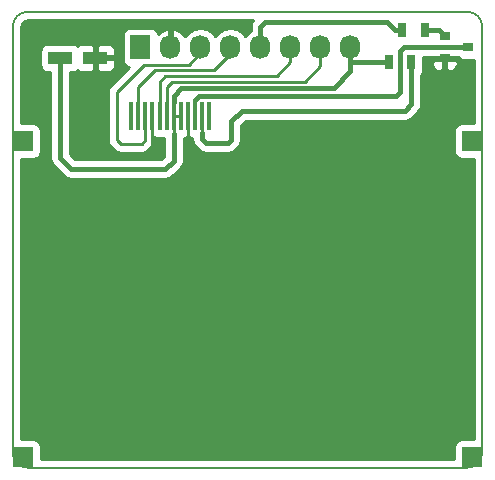
<source format=gbr>
%TF.GenerationSoftware,KiCad,Pcbnew,4.0.7*%
%TF.CreationDate,2019-01-12T03:56:20+05:00*%
%TF.ProjectId,Nokia1202_LCD,4E6F6B6961313230325F4C43442E6B69,0.1*%
%TF.FileFunction,Copper,L1,Top,Signal*%
%FSLAX46Y46*%
G04 Gerber Fmt 4.6, Leading zero omitted, Abs format (unit mm)*
G04 Created by KiCad (PCBNEW 4.0.7) date Sat Jan 12 03:56:20 2019*
%MOMM*%
%LPD*%
G01*
G04 APERTURE LIST*
%ADD10C,0.100000*%
%ADD11C,0.150000*%
%ADD12R,0.900000X0.800000*%
%ADD13R,1.727200X2.032000*%
%ADD14O,1.727200X2.032000*%
%ADD15R,2.150000X1.100000*%
%ADD16R,0.700000X1.300000*%
%ADD17R,1.700000X1.700000*%
%ADD18R,0.319989X2.399995*%
%ADD19C,0.250000*%
%ADD20C,0.400000*%
%ADD21C,0.254000*%
G04 APERTURE END LIST*
D10*
D11*
X127381000Y-212090000D02*
G75*
G03X126111000Y-210820000I-1270000J0D01*
G01*
X87630000Y-248158000D02*
G75*
G03X88900000Y-249428000I1270000J0D01*
G01*
X126111000Y-249428000D02*
G75*
G03X127381000Y-248158000I0J1270000D01*
G01*
X88900000Y-210820000D02*
G75*
G03X87630000Y-212090000I0J-1270000D01*
G01*
X87630000Y-248158000D02*
X87630000Y-212090000D01*
X126111000Y-249428000D02*
X88900000Y-249428000D01*
X127381000Y-212090000D02*
X127381000Y-248158000D01*
X88900000Y-210820000D02*
X126111000Y-210820000D01*
D12*
X124209300Y-212879900D03*
X124209300Y-214779900D03*
X126209300Y-213829900D03*
D13*
X98448000Y-213852000D03*
D14*
X100988000Y-213852000D03*
X103528000Y-213852000D03*
X106068000Y-213852000D03*
X108608000Y-213852000D03*
X111148000Y-213852000D03*
X113688000Y-213852000D03*
X116228000Y-213852000D03*
D15*
X91666800Y-214741000D03*
X94616800Y-214741000D03*
D16*
X121396800Y-215087200D03*
X119496800Y-215087200D03*
D17*
X88519000Y-248535700D03*
X126492000Y-248535700D03*
X88531700Y-221776800D03*
X126479300Y-221776800D03*
D16*
X120627100Y-212407500D03*
X122527100Y-212407500D03*
D18*
X98267000Y-219694000D03*
X97667000Y-219694000D03*
X98867000Y-219694000D03*
X99467000Y-219694000D03*
X100067000Y-219694000D03*
X100667000Y-219694000D03*
X101267000Y-219694000D03*
X101867000Y-219694000D03*
X102467000Y-219694000D03*
X103067000Y-219694000D03*
X103667000Y-219694000D03*
X104267000Y-219694000D03*
D19*
X102467000Y-222875700D02*
X102679500Y-223088200D01*
D20*
X116228000Y-215877000D02*
X116228000Y-215191200D01*
X116228000Y-215191200D02*
X116332000Y-215087200D01*
X116332000Y-215087200D02*
X118300500Y-215087200D01*
X118300500Y-215087200D02*
X119496800Y-215087200D01*
X116228000Y-215671400D02*
X116228000Y-215099900D01*
X116228000Y-215099900D02*
X116228000Y-213852000D01*
D19*
X116240700Y-215087200D02*
X116228000Y-215099900D01*
D20*
X101267000Y-218468200D02*
X101267000Y-217934800D01*
X101267000Y-217934800D02*
X101892100Y-217309700D01*
X101892100Y-217309700D02*
X114795300Y-217309700D01*
X114795300Y-217309700D02*
X116228000Y-215877000D01*
X116228000Y-215877000D02*
X116228000Y-215671400D01*
D19*
X101267000Y-219694000D02*
X101267000Y-218468200D01*
D20*
X91666800Y-214741000D02*
X91666800Y-223238800D01*
X92583000Y-224155000D02*
X100545900Y-224155000D01*
X91666800Y-223238800D02*
X92583000Y-224155000D01*
X100545900Y-224155000D02*
X101267000Y-223433900D01*
X101267000Y-223433900D02*
X101267000Y-221143997D01*
D19*
X101267000Y-219694000D02*
X101867000Y-219694000D01*
X101267000Y-219694000D02*
X101267000Y-221143997D01*
D20*
X116231300Y-215668100D02*
X116228000Y-215671400D01*
X116228000Y-214004400D02*
X116228000Y-213852000D01*
D19*
X117309900Y-224955100D02*
X124107700Y-218157300D01*
X124107700Y-218157300D02*
X124107700Y-215754500D01*
X103479600Y-224955100D02*
X117309900Y-224955100D01*
X102467000Y-223942500D02*
X103479600Y-224955100D01*
X102467000Y-219694000D02*
X102467000Y-223942500D01*
X95478600Y-223100900D02*
X94616800Y-222239100D01*
X94616800Y-222239100D02*
X94616800Y-214741000D01*
X98985000Y-223100900D02*
X95478600Y-223100900D01*
X99467000Y-222618900D02*
X98985000Y-223100900D01*
X99467000Y-219694000D02*
X99467000Y-222618900D01*
X100988000Y-212852000D02*
X100988000Y-212994100D01*
X98267000Y-219694000D02*
X98267000Y-217213700D01*
X98267000Y-217213700D02*
X99707700Y-215773000D01*
X99707700Y-215773000D02*
X104673400Y-215773000D01*
X104673400Y-215773000D02*
X106068000Y-214378400D01*
X106068000Y-214378400D02*
X106068000Y-213852000D01*
X98867000Y-219694000D02*
X98867000Y-221681000D01*
X103528000Y-214302200D02*
X103528000Y-213852000D01*
X98867000Y-221681000D02*
X98539300Y-222008700D01*
X98539300Y-222008700D02*
X96761300Y-222008700D01*
X96761300Y-222008700D02*
X96443800Y-221691200D01*
X96443800Y-221691200D02*
X96443800Y-217614500D01*
X96443800Y-217614500D02*
X98748011Y-215310289D01*
X98748011Y-215310289D02*
X102519911Y-215310289D01*
X102519911Y-215310289D02*
X103528000Y-214302200D01*
X100067000Y-219694000D02*
X100067000Y-216734500D01*
X100067000Y-216734500D02*
X100520500Y-216281000D01*
X100520500Y-216281000D02*
X109985000Y-216281000D01*
X109985000Y-216281000D02*
X111148000Y-215118000D01*
X111148000Y-215118000D02*
X111148000Y-213852000D01*
X100667000Y-219694000D02*
X100667000Y-217201300D01*
X100667000Y-217201300D02*
X101130100Y-216738200D01*
X101130100Y-216738200D02*
X112356900Y-216738200D01*
X113688000Y-215407100D02*
X113688000Y-213852000D01*
X112356900Y-216738200D02*
X113688000Y-215407100D01*
D20*
X120627100Y-212407500D02*
X120027100Y-212407500D01*
X120027100Y-212407500D02*
X119290500Y-211670900D01*
X119290500Y-211670900D02*
X109016800Y-211670900D01*
X109016800Y-211670900D02*
X108608000Y-212079700D01*
X108608000Y-212079700D02*
X108608000Y-213852000D01*
X121396800Y-218633000D02*
X121396800Y-215087200D01*
X103667000Y-221611900D02*
X103667000Y-221081600D01*
D19*
X103667000Y-219694000D02*
X103667000Y-221081600D01*
D20*
X121396800Y-218633000D02*
X120815100Y-219214700D01*
X120815100Y-219214700D02*
X107010200Y-219214700D01*
X107010200Y-219214700D02*
X106121200Y-220103700D01*
X106121200Y-220103700D02*
X106121200Y-221691200D01*
X103987600Y-221932500D02*
X103667000Y-221611900D01*
X106121200Y-221691200D02*
X105892600Y-221919800D01*
X105892600Y-221919800D02*
X105892600Y-221932500D01*
X105892600Y-221932500D02*
X103987600Y-221932500D01*
D19*
X103067000Y-219694000D02*
X103067000Y-218293800D01*
D20*
X103067000Y-218293800D02*
X103390700Y-217970100D01*
X120446800Y-217589100D02*
X120446800Y-214134700D01*
X103390700Y-217970100D02*
X120065800Y-217970100D01*
X120065800Y-217970100D02*
X120446800Y-217589100D01*
X120751600Y-213829900D02*
X126209300Y-213829900D01*
X120446800Y-214134700D02*
X120751600Y-213829900D01*
X122527100Y-212407500D02*
X123736900Y-212407500D01*
X123736900Y-212407500D02*
X124209300Y-212879900D01*
D21*
G36*
X107836561Y-211760159D02*
X107773000Y-212079700D01*
X107773000Y-212457465D01*
X107548330Y-212607585D01*
X107338000Y-212922366D01*
X107127670Y-212607585D01*
X106641489Y-212282729D01*
X106068000Y-212168655D01*
X105494511Y-212282729D01*
X105008330Y-212607585D01*
X104798000Y-212922366D01*
X104587670Y-212607585D01*
X104101489Y-212282729D01*
X103528000Y-212168655D01*
X102954511Y-212282729D01*
X102468330Y-212607585D01*
X102261539Y-212917069D01*
X101890036Y-212501268D01*
X101362791Y-212247291D01*
X101347026Y-212244642D01*
X101115000Y-212365783D01*
X101115000Y-213725000D01*
X101135000Y-213725000D01*
X101135000Y-213979000D01*
X101115000Y-213979000D01*
X101115000Y-213999000D01*
X100861000Y-213999000D01*
X100861000Y-213979000D01*
X100841000Y-213979000D01*
X100841000Y-213725000D01*
X100861000Y-213725000D01*
X100861000Y-212365783D01*
X100628974Y-212244642D01*
X100613209Y-212247291D01*
X100085964Y-212501268D01*
X99929093Y-212676845D01*
X99914762Y-212600683D01*
X99775690Y-212384559D01*
X99563490Y-212239569D01*
X99311600Y-212188560D01*
X97584400Y-212188560D01*
X97349083Y-212232838D01*
X97132959Y-212371910D01*
X96987969Y-212584110D01*
X96936960Y-212836000D01*
X96936960Y-214868000D01*
X96981238Y-215103317D01*
X97120310Y-215319441D01*
X97332510Y-215464431D01*
X97487650Y-215495848D01*
X95906399Y-217077099D01*
X95741652Y-217323661D01*
X95683800Y-217614500D01*
X95683800Y-221691200D01*
X95741652Y-221982039D01*
X95906399Y-222228601D01*
X96223899Y-222546101D01*
X96470461Y-222710848D01*
X96761300Y-222768700D01*
X98539300Y-222768700D01*
X98830139Y-222710848D01*
X99076701Y-222546101D01*
X99404401Y-222218401D01*
X99569148Y-221971839D01*
X99627000Y-221681000D01*
X99627000Y-221471217D01*
X99655116Y-221490428D01*
X99670241Y-221493491D01*
X99705747Y-221528997D01*
X99753303Y-221528997D01*
X99783601Y-221516447D01*
X99907006Y-221541437D01*
X100226994Y-221541437D01*
X100372140Y-221514126D01*
X100432000Y-221526248D01*
X100432000Y-223088032D01*
X100200032Y-223320000D01*
X92928868Y-223320000D01*
X92501800Y-222892932D01*
X92501800Y-215938440D01*
X92741800Y-215938440D01*
X92977117Y-215894162D01*
X93141293Y-215788518D01*
X93182102Y-215829327D01*
X93415491Y-215926000D01*
X94331050Y-215926000D01*
X94489800Y-215767250D01*
X94489800Y-214868000D01*
X94743800Y-214868000D01*
X94743800Y-215767250D01*
X94902550Y-215926000D01*
X95818109Y-215926000D01*
X96051498Y-215829327D01*
X96230127Y-215650699D01*
X96326800Y-215417310D01*
X96326800Y-215026750D01*
X96168050Y-214868000D01*
X94743800Y-214868000D01*
X94489800Y-214868000D01*
X94469800Y-214868000D01*
X94469800Y-214614000D01*
X94489800Y-214614000D01*
X94489800Y-213714750D01*
X94743800Y-213714750D01*
X94743800Y-214614000D01*
X96168050Y-214614000D01*
X96326800Y-214455250D01*
X96326800Y-214064690D01*
X96230127Y-213831301D01*
X96051498Y-213652673D01*
X95818109Y-213556000D01*
X94902550Y-213556000D01*
X94743800Y-213714750D01*
X94489800Y-213714750D01*
X94331050Y-213556000D01*
X93415491Y-213556000D01*
X93182102Y-213652673D01*
X93140140Y-213694634D01*
X92993690Y-213594569D01*
X92741800Y-213543560D01*
X90591800Y-213543560D01*
X90356483Y-213587838D01*
X90140359Y-213726910D01*
X89995369Y-213939110D01*
X89944360Y-214191000D01*
X89944360Y-215291000D01*
X89988638Y-215526317D01*
X90127710Y-215742441D01*
X90339910Y-215887431D01*
X90591800Y-215938440D01*
X90831800Y-215938440D01*
X90831800Y-223238800D01*
X90895361Y-223558341D01*
X91025722Y-223753440D01*
X91076366Y-223829234D01*
X91992566Y-224745434D01*
X92263459Y-224926439D01*
X92583000Y-224990000D01*
X100545900Y-224990000D01*
X100865441Y-224926439D01*
X101136334Y-224745434D01*
X101857434Y-224024334D01*
X101866852Y-224010239D01*
X102038439Y-223753441D01*
X102102000Y-223433900D01*
X102102000Y-221527324D01*
X102153337Y-221517664D01*
X102180697Y-221528997D01*
X102228253Y-221528997D01*
X102259576Y-221497674D01*
X102262311Y-221497159D01*
X102469677Y-221363723D01*
X102655116Y-221490428D01*
X102670241Y-221493491D01*
X102705747Y-221528997D01*
X102753303Y-221528997D01*
X102783601Y-221516447D01*
X102832000Y-221526248D01*
X102832000Y-221611900D01*
X102895561Y-221931441D01*
X102929370Y-221982039D01*
X103076566Y-222202334D01*
X103397166Y-222522934D01*
X103668059Y-222703939D01*
X103987600Y-222767500D01*
X105892600Y-222767500D01*
X106212141Y-222703939D01*
X106483034Y-222522934D01*
X106508608Y-222484660D01*
X106711634Y-222281634D01*
X106739894Y-222239340D01*
X106892639Y-222010741D01*
X106956200Y-221691200D01*
X106956200Y-220449568D01*
X107356068Y-220049700D01*
X120815100Y-220049700D01*
X121134641Y-219986139D01*
X121405534Y-219805134D01*
X121987234Y-219223434D01*
X122050466Y-219128800D01*
X122168239Y-218952541D01*
X122231800Y-218633000D01*
X122231800Y-216152175D01*
X122343231Y-215989090D01*
X122394240Y-215737200D01*
X122394240Y-215065650D01*
X123124300Y-215065650D01*
X123124300Y-215306210D01*
X123220973Y-215539599D01*
X123399602Y-215718227D01*
X123632991Y-215814900D01*
X123923550Y-215814900D01*
X124082300Y-215656150D01*
X124082300Y-214906900D01*
X124336300Y-214906900D01*
X124336300Y-215656150D01*
X124495050Y-215814900D01*
X124785609Y-215814900D01*
X125018998Y-215718227D01*
X125197627Y-215539599D01*
X125294300Y-215306210D01*
X125294300Y-215065650D01*
X125135550Y-214906900D01*
X124336300Y-214906900D01*
X124082300Y-214906900D01*
X123283050Y-214906900D01*
X123124300Y-215065650D01*
X122394240Y-215065650D01*
X122394240Y-214664900D01*
X125284631Y-214664900D01*
X125295210Y-214681341D01*
X125507410Y-214826331D01*
X125759300Y-214877340D01*
X126659300Y-214877340D01*
X126671000Y-214875138D01*
X126671000Y-220279360D01*
X125629300Y-220279360D01*
X125393983Y-220323638D01*
X125177859Y-220462710D01*
X125032869Y-220674910D01*
X124981860Y-220926800D01*
X124981860Y-222626800D01*
X125026138Y-222862117D01*
X125165210Y-223078241D01*
X125377410Y-223223231D01*
X125629300Y-223274240D01*
X126671000Y-223274240D01*
X126671000Y-247038260D01*
X125642000Y-247038260D01*
X125406683Y-247082538D01*
X125190559Y-247221610D01*
X125045569Y-247433810D01*
X124994560Y-247685700D01*
X124994560Y-248718000D01*
X90016440Y-248718000D01*
X90016440Y-247685700D01*
X89972162Y-247450383D01*
X89833090Y-247234259D01*
X89620890Y-247089269D01*
X89369000Y-247038260D01*
X88340000Y-247038260D01*
X88340000Y-223274240D01*
X89381700Y-223274240D01*
X89617017Y-223229962D01*
X89833141Y-223090890D01*
X89978131Y-222878690D01*
X90029140Y-222626800D01*
X90029140Y-220926800D01*
X89984862Y-220691483D01*
X89845790Y-220475359D01*
X89633590Y-220330369D01*
X89381700Y-220279360D01*
X88340000Y-220279360D01*
X88340000Y-212159930D01*
X88395478Y-211881021D01*
X88513856Y-211703855D01*
X88691019Y-211585479D01*
X88969931Y-211530000D01*
X107990348Y-211530000D01*
X107836561Y-211760159D01*
X107836561Y-211760159D01*
G37*
X107836561Y-211760159D02*
X107773000Y-212079700D01*
X107773000Y-212457465D01*
X107548330Y-212607585D01*
X107338000Y-212922366D01*
X107127670Y-212607585D01*
X106641489Y-212282729D01*
X106068000Y-212168655D01*
X105494511Y-212282729D01*
X105008330Y-212607585D01*
X104798000Y-212922366D01*
X104587670Y-212607585D01*
X104101489Y-212282729D01*
X103528000Y-212168655D01*
X102954511Y-212282729D01*
X102468330Y-212607585D01*
X102261539Y-212917069D01*
X101890036Y-212501268D01*
X101362791Y-212247291D01*
X101347026Y-212244642D01*
X101115000Y-212365783D01*
X101115000Y-213725000D01*
X101135000Y-213725000D01*
X101135000Y-213979000D01*
X101115000Y-213979000D01*
X101115000Y-213999000D01*
X100861000Y-213999000D01*
X100861000Y-213979000D01*
X100841000Y-213979000D01*
X100841000Y-213725000D01*
X100861000Y-213725000D01*
X100861000Y-212365783D01*
X100628974Y-212244642D01*
X100613209Y-212247291D01*
X100085964Y-212501268D01*
X99929093Y-212676845D01*
X99914762Y-212600683D01*
X99775690Y-212384559D01*
X99563490Y-212239569D01*
X99311600Y-212188560D01*
X97584400Y-212188560D01*
X97349083Y-212232838D01*
X97132959Y-212371910D01*
X96987969Y-212584110D01*
X96936960Y-212836000D01*
X96936960Y-214868000D01*
X96981238Y-215103317D01*
X97120310Y-215319441D01*
X97332510Y-215464431D01*
X97487650Y-215495848D01*
X95906399Y-217077099D01*
X95741652Y-217323661D01*
X95683800Y-217614500D01*
X95683800Y-221691200D01*
X95741652Y-221982039D01*
X95906399Y-222228601D01*
X96223899Y-222546101D01*
X96470461Y-222710848D01*
X96761300Y-222768700D01*
X98539300Y-222768700D01*
X98830139Y-222710848D01*
X99076701Y-222546101D01*
X99404401Y-222218401D01*
X99569148Y-221971839D01*
X99627000Y-221681000D01*
X99627000Y-221471217D01*
X99655116Y-221490428D01*
X99670241Y-221493491D01*
X99705747Y-221528997D01*
X99753303Y-221528997D01*
X99783601Y-221516447D01*
X99907006Y-221541437D01*
X100226994Y-221541437D01*
X100372140Y-221514126D01*
X100432000Y-221526248D01*
X100432000Y-223088032D01*
X100200032Y-223320000D01*
X92928868Y-223320000D01*
X92501800Y-222892932D01*
X92501800Y-215938440D01*
X92741800Y-215938440D01*
X92977117Y-215894162D01*
X93141293Y-215788518D01*
X93182102Y-215829327D01*
X93415491Y-215926000D01*
X94331050Y-215926000D01*
X94489800Y-215767250D01*
X94489800Y-214868000D01*
X94743800Y-214868000D01*
X94743800Y-215767250D01*
X94902550Y-215926000D01*
X95818109Y-215926000D01*
X96051498Y-215829327D01*
X96230127Y-215650699D01*
X96326800Y-215417310D01*
X96326800Y-215026750D01*
X96168050Y-214868000D01*
X94743800Y-214868000D01*
X94489800Y-214868000D01*
X94469800Y-214868000D01*
X94469800Y-214614000D01*
X94489800Y-214614000D01*
X94489800Y-213714750D01*
X94743800Y-213714750D01*
X94743800Y-214614000D01*
X96168050Y-214614000D01*
X96326800Y-214455250D01*
X96326800Y-214064690D01*
X96230127Y-213831301D01*
X96051498Y-213652673D01*
X95818109Y-213556000D01*
X94902550Y-213556000D01*
X94743800Y-213714750D01*
X94489800Y-213714750D01*
X94331050Y-213556000D01*
X93415491Y-213556000D01*
X93182102Y-213652673D01*
X93140140Y-213694634D01*
X92993690Y-213594569D01*
X92741800Y-213543560D01*
X90591800Y-213543560D01*
X90356483Y-213587838D01*
X90140359Y-213726910D01*
X89995369Y-213939110D01*
X89944360Y-214191000D01*
X89944360Y-215291000D01*
X89988638Y-215526317D01*
X90127710Y-215742441D01*
X90339910Y-215887431D01*
X90591800Y-215938440D01*
X90831800Y-215938440D01*
X90831800Y-223238800D01*
X90895361Y-223558341D01*
X91025722Y-223753440D01*
X91076366Y-223829234D01*
X91992566Y-224745434D01*
X92263459Y-224926439D01*
X92583000Y-224990000D01*
X100545900Y-224990000D01*
X100865441Y-224926439D01*
X101136334Y-224745434D01*
X101857434Y-224024334D01*
X101866852Y-224010239D01*
X102038439Y-223753441D01*
X102102000Y-223433900D01*
X102102000Y-221527324D01*
X102153337Y-221517664D01*
X102180697Y-221528997D01*
X102228253Y-221528997D01*
X102259576Y-221497674D01*
X102262311Y-221497159D01*
X102469677Y-221363723D01*
X102655116Y-221490428D01*
X102670241Y-221493491D01*
X102705747Y-221528997D01*
X102753303Y-221528997D01*
X102783601Y-221516447D01*
X102832000Y-221526248D01*
X102832000Y-221611900D01*
X102895561Y-221931441D01*
X102929370Y-221982039D01*
X103076566Y-222202334D01*
X103397166Y-222522934D01*
X103668059Y-222703939D01*
X103987600Y-222767500D01*
X105892600Y-222767500D01*
X106212141Y-222703939D01*
X106483034Y-222522934D01*
X106508608Y-222484660D01*
X106711634Y-222281634D01*
X106739894Y-222239340D01*
X106892639Y-222010741D01*
X106956200Y-221691200D01*
X106956200Y-220449568D01*
X107356068Y-220049700D01*
X120815100Y-220049700D01*
X121134641Y-219986139D01*
X121405534Y-219805134D01*
X121987234Y-219223434D01*
X122050466Y-219128800D01*
X122168239Y-218952541D01*
X122231800Y-218633000D01*
X122231800Y-216152175D01*
X122343231Y-215989090D01*
X122394240Y-215737200D01*
X122394240Y-215065650D01*
X123124300Y-215065650D01*
X123124300Y-215306210D01*
X123220973Y-215539599D01*
X123399602Y-215718227D01*
X123632991Y-215814900D01*
X123923550Y-215814900D01*
X124082300Y-215656150D01*
X124082300Y-214906900D01*
X124336300Y-214906900D01*
X124336300Y-215656150D01*
X124495050Y-215814900D01*
X124785609Y-215814900D01*
X125018998Y-215718227D01*
X125197627Y-215539599D01*
X125294300Y-215306210D01*
X125294300Y-215065650D01*
X125135550Y-214906900D01*
X124336300Y-214906900D01*
X124082300Y-214906900D01*
X123283050Y-214906900D01*
X123124300Y-215065650D01*
X122394240Y-215065650D01*
X122394240Y-214664900D01*
X125284631Y-214664900D01*
X125295210Y-214681341D01*
X125507410Y-214826331D01*
X125759300Y-214877340D01*
X126659300Y-214877340D01*
X126671000Y-214875138D01*
X126671000Y-220279360D01*
X125629300Y-220279360D01*
X125393983Y-220323638D01*
X125177859Y-220462710D01*
X125032869Y-220674910D01*
X124981860Y-220926800D01*
X124981860Y-222626800D01*
X125026138Y-222862117D01*
X125165210Y-223078241D01*
X125377410Y-223223231D01*
X125629300Y-223274240D01*
X126671000Y-223274240D01*
X126671000Y-247038260D01*
X125642000Y-247038260D01*
X125406683Y-247082538D01*
X125190559Y-247221610D01*
X125045569Y-247433810D01*
X124994560Y-247685700D01*
X124994560Y-248718000D01*
X90016440Y-248718000D01*
X90016440Y-247685700D01*
X89972162Y-247450383D01*
X89833090Y-247234259D01*
X89620890Y-247089269D01*
X89369000Y-247038260D01*
X88340000Y-247038260D01*
X88340000Y-223274240D01*
X89381700Y-223274240D01*
X89617017Y-223229962D01*
X89833141Y-223090890D01*
X89978131Y-222878690D01*
X90029140Y-222626800D01*
X90029140Y-220926800D01*
X89984862Y-220691483D01*
X89845790Y-220475359D01*
X89633590Y-220330369D01*
X89381700Y-220279360D01*
X88340000Y-220279360D01*
X88340000Y-212159930D01*
X88395478Y-211881021D01*
X88513856Y-211703855D01*
X88691019Y-211585479D01*
X88969931Y-211530000D01*
X107990348Y-211530000D01*
X107836561Y-211760159D01*
M02*

</source>
